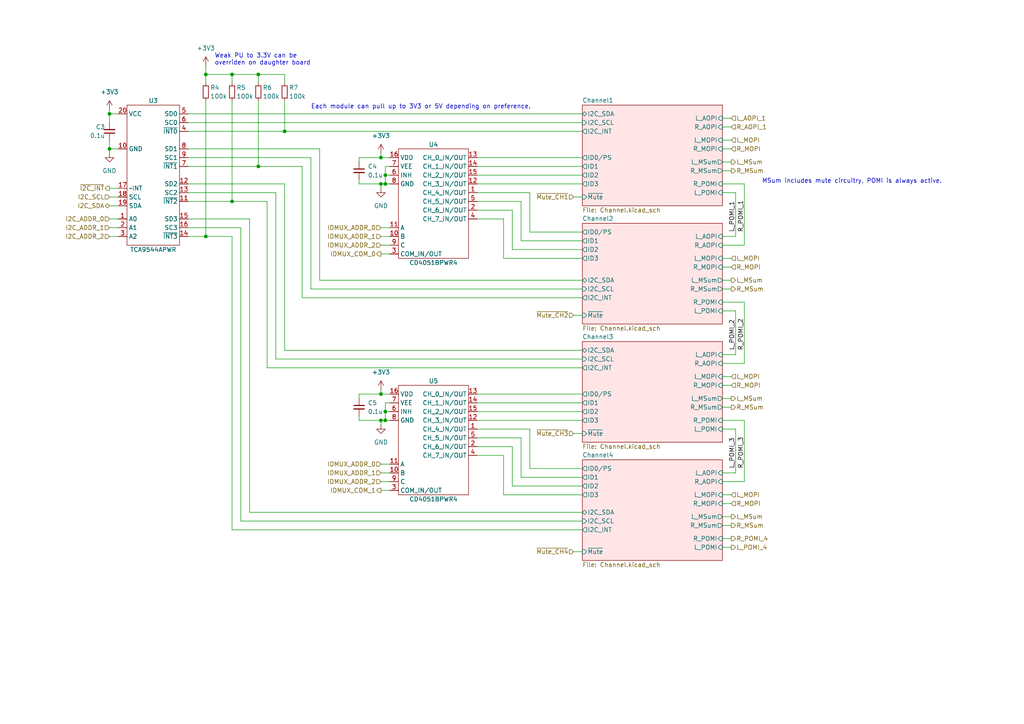
<source format=kicad_sch>
(kicad_sch (version 20230121) (generator eeschema)
  (paper "A4")
  (lib_symbols
    (symbol "CD4051BPWR4_1"
      (property "Reference" "U" (at 10.16 1.27 0))
      (property "Value" "CD4051BPWR4_1" (at 10.16 -33.02 0))
      (symbol "CD4051BPWR4_1_0_1"
        (rectangle (start 0 0) (end 20.32 -31.75))
      )
      (symbol "CD4051BPWR4_1_1_1"
        (pin passive line (at -2.54 -12.7 0) (length 2.54) (name "CH_4_IN/OUT") (number "1"))
        (pin passive line (at 22.86 -25.4 180) (length 2.54) (name "B") (number "10"))
        (pin passive line (at 22.86 -22.86 180) (length 2.54) (name "A") (number "11"))
        (pin passive line (at -2.54 -10.16 0) (length 2.54) (name "CH_3_IN/OUT") (number "12"))
        (pin passive line (at -2.54 -2.54 0) (length 2.54) (name "CH_0_IN/OUT") (number "13"))
        (pin passive line (at -2.54 -5.08 0) (length 2.54) (name "CH_1_IN/OUT") (number "14"))
        (pin passive line (at -2.54 -7.62 0) (length 2.54) (name "CH_2_IN/OUT") (number "15"))
        (pin power_in line (at 22.86 -2.54 180) (length 2.54) (name "VDD") (number "16"))
        (pin passive line (at -2.54 -17.78 0) (length 2.54) (name "CH_6_IN/OUT") (number "2"))
        (pin passive line (at 22.86 -30.48 180) (length 2.54) (name "COM_IN/OUT") (number "3"))
        (pin passive line (at -2.54 -20.32 0) (length 2.54) (name "CH_7_IN/OUT") (number "4"))
        (pin passive line (at -2.54 -15.24 0) (length 2.54) (name "CH_5_IN/OUT") (number "5"))
        (pin passive line (at 22.86 -7.62 180) (length 2.54) (name "INH") (number "6"))
        (pin power_in line (at 22.86 -5.08 180) (length 2.54) (name "VEE") (number "7"))
        (pin power_in line (at 22.86 -10.16 180) (length 2.54) (name "GND") (number "8"))
        (pin passive line (at 22.86 -27.94 180) (length 2.54) (name "C") (number "9"))
      )
    )
    (symbol "Device:C_Small" (pin_numbers hide) (pin_names (offset 0.254) hide)
      (property "Reference" "C" (at 0.254 1.778 0))
      (property "Value" "C_Small" (at 0.254 -2.032 0))
      (symbol "C_Small_0_1"
        (polyline (pts (xy -1.524 -0.508) (xy 1.524 -0.508)) (stroke (width 0.3302)))
        (polyline (pts (xy -1.524 0.508) (xy 1.524 0.508)) (stroke (width 0.3048)))
      )
      (symbol "C_Small_1_1"
        (pin passive line (at 0 2.54 270) (length 2.032) (name "~") (number "1"))
        (pin passive line (at 0 -2.54 90) (length 2.032) (name "~") (number "2"))
      )
    )
    (symbol "Device:R_Small" (pin_numbers hide) (pin_names (offset 0.254) hide)
      (property "Reference" "R" (at 0.762 0.508 0))
      (property "Value" "R_Small" (at 0.762 -1.016 0))
      (symbol "R_Small_0_1"
        (rectangle (start -0.762 1.778) (end 0.762 -1.778) (stroke (width 0.2032)))
      )
      (symbol "R_Small_1_1"
        (pin passive line (at 0 2.54 270) (length 0.762) (name "~") (number "1"))
        (pin passive line (at 0 -2.54 90) (length 0.762) (name "~") (number "2"))
      )
    )
    (symbol "power:+3V3" (power) (pin_names (offset 0))
      (property "Value" "+3V3" (at 0 3.556 0))
      (symbol "+3V3_0_1"
        (polyline (pts (xy -0.762 1.27) (xy 0 2.54)))
        (polyline (pts (xy 0 0) (xy 0 2.54)))
        (polyline (pts (xy 0 2.54) (xy 0.762 1.27)))
      )
      (symbol "+3V3_1_1"
        (pin power_in line (at 0 0 90) (length 0) hide (name "+3V3") (number "1"))
      )
    )
    (symbol "power:GND" (power) (pin_names (offset 0))
      (property "Value" "GND" (at 0 -3.81 0))
      (symbol "GND_0_1"
        (polyline (pts (xy 0 0) (xy 0 -1.27) (xy 1.27 -1.27) (xy 0 -2.54) (xy -1.27 -1.27) (xy 0 -1.27)))
      )
      (symbol "GND_1_1"
        (pin power_in line (at 0 0 270) (length 0) hide (name "GND") (number "1"))
      )
    )
    (symbol "silver-box-modular:TCA9544APWR"
      (property "Reference" "U?" (at -7.62 5.08 0))
      (property "Value" "TCA9544APWR" (at -7.62 2.54 0))
      (symbol "TCA9544APWR_0_0"
        (rectangle (start 0 0) (end 15.24 -40.64))
        (pin passive line (at 17.78 -33.02 180) (length 2.54) (name "A0") (number "1"))
        (pin power_in line (at 17.78 -12.7 180) (length 2.54) (name "GND") (number "10"))
        (pin passive line (at -2.54 -27.94 0) (length 2.54) (name "~{INT2}") (number "11"))
        (pin passive line (at -2.54 -22.86 0) (length 2.54) (name "SD2") (number "12"))
        (pin passive line (at -2.54 -25.4 0) (length 2.54) (name "SC2") (number "13"))
        (pin passive line (at -2.54 -38.1 0) (length 2.54) (name "~{INT3}") (number "14"))
        (pin passive line (at -2.54 -33.02 0) (length 2.54) (name "SD3") (number "15"))
        (pin passive line (at -2.54 -35.56 0) (length 2.54) (name "SC3") (number "16"))
        (pin passive line (at 17.78 -24.13 180) (length 2.54) (name "~INT") (number "17"))
        (pin passive line (at 17.78 -26.67 180) (length 2.54) (name "SCL") (number "18"))
        (pin passive line (at 17.78 -29.21 180) (length 2.54) (name "SDA") (number "19"))
        (pin passive line (at 17.78 -35.56 180) (length 2.54) (name "A1") (number "2"))
        (pin power_in line (at 17.78 -2.54 180) (length 2.54) (name "VCC") (number "20"))
        (pin passive line (at 17.78 -38.1 180) (length 2.54) (name "A2") (number "3"))
        (pin passive line (at -2.54 -7.62 0) (length 2.54) (name "~{INT0}") (number "4"))
        (pin passive line (at -2.54 -2.54 0) (length 2.54) (name "SD0") (number "5"))
        (pin passive line (at -2.54 -5.08 0) (length 2.54) (name "SC0") (number "6"))
        (pin passive line (at -2.54 -17.78 0) (length 2.54) (name "~{INT1}") (number "7"))
        (pin passive line (at -2.54 -12.7 0) (length 2.54) (name "SD1") (number "8"))
        (pin passive line (at -2.54 -15.24 0) (length 2.54) (name "SC1") (number "9"))
      )
    )
  )
  (junction (at 67.31 58.42))
  (junction (at 31.75 33.02))
  (junction (at 74.93 21.59))
  (junction (at 31.75 43.18))
  (junction (at 110.49 45.72))
  (junction (at 110.49 121.92))
  (junction (at 59.69 68.58))
  (junction (at 111.76 119.38))
  (junction (at 82.55 38.1))
  (junction (at 111.76 121.92))
  (junction (at 74.93 48.26))
  (junction (at 59.69 21.59))
  (junction (at 111.76 53.34))
  (junction (at 110.49 114.3))
  (junction (at 67.31 21.59))
  (junction (at 111.76 50.8))
  (junction (at 110.49 53.34))
  (wire (pts (xy 138.43 114.3) (xy 168.91 114.3)))
  (wire (pts (xy 67.31 58.42) (xy 77.47 58.42)))
  (wire (pts (xy 31.75 43.18) (xy 34.29 43.18)))
  (wire (pts (xy 59.69 19.05) (xy 59.69 21.59)))
  (wire (pts (xy 110.49 71.12) (xy 113.03 71.12)))
  (wire (pts (xy 74.93 29.21) (xy 74.93 48.26)))
  (wire (pts (xy 59.69 21.59) (xy 67.31 21.59)))
  (wire (pts (xy 151.13 69.85) (xy 168.91 69.85)))
  (wire (pts (xy 166.37 57.15) (xy 168.91 57.15)))
  (wire (pts (xy 153.67 55.88) (xy 153.67 67.31)))
  (wire (pts (xy 54.61 33.02) (xy 168.91 33.02)))
  (wire (pts (xy 215.9 53.34) (xy 215.9 71.12)))
  (wire (pts (xy 110.49 121.92) (xy 110.49 123.19)))
  (wire (pts (xy 111.76 119.38) (xy 111.76 121.92)))
  (wire (pts (xy 151.13 138.43) (xy 168.91 138.43)))
  (wire (pts (xy 209.55 49.53) (xy 212.09 49.53)))
  (wire (pts (xy 209.55 53.34) (xy 215.9 53.34)))
  (wire (pts (xy 209.55 87.63) (xy 215.9 87.63)))
  (wire (pts (xy 213.36 90.17) (xy 209.55 90.17)))
  (wire (pts (xy 72.39 148.59) (xy 168.91 148.59)))
  (wire (pts (xy 110.49 73.66) (xy 113.03 73.66)))
  (wire (pts (xy 138.43 124.46) (xy 153.67 124.46)))
  (wire (pts (xy 82.55 21.59) (xy 82.55 24.13)))
  (wire (pts (xy 209.55 146.05) (xy 212.09 146.05)))
  (wire (pts (xy 209.55 156.21) (xy 212.09 156.21)))
  (wire (pts (xy 111.76 116.84) (xy 111.76 119.38)))
  (wire (pts (xy 80.01 104.14) (xy 80.01 55.88)))
  (wire (pts (xy 104.14 53.34) (xy 110.49 53.34)))
  (wire (pts (xy 151.13 69.85) (xy 151.13 58.42)))
  (wire (pts (xy 212.09 111.76) (xy 209.55 111.76)))
  (wire (pts (xy 82.55 29.21) (xy 82.55 38.1)))
  (wire (pts (xy 168.91 104.14) (xy 80.01 104.14)))
  (wire (pts (xy 87.63 48.26) (xy 87.63 86.36)))
  (wire (pts (xy 31.75 43.18) (xy 31.75 44.45)))
  (wire (pts (xy 138.43 119.38) (xy 168.91 119.38)))
  (wire (pts (xy 209.55 34.29) (xy 212.09 34.29)))
  (wire (pts (xy 209.55 152.4) (xy 212.09 152.4)))
  (wire (pts (xy 138.43 63.5) (xy 146.05 63.5)))
  (wire (pts (xy 67.31 68.58) (xy 67.31 153.67)))
  (wire (pts (xy 111.76 53.34) (xy 113.03 53.34)))
  (wire (pts (xy 92.71 43.18) (xy 92.71 81.28)))
  (wire (pts (xy 77.47 106.68) (xy 168.91 106.68)))
  (wire (pts (xy 213.36 124.46) (xy 209.55 124.46)))
  (wire (pts (xy 31.75 59.69) (xy 34.29 59.69)))
  (wire (pts (xy 213.36 102.87) (xy 213.36 90.17)))
  (wire (pts (xy 146.05 74.93) (xy 146.05 63.5)))
  (wire (pts (xy 138.43 127) (xy 151.13 127)))
  (wire (pts (xy 212.09 74.93) (xy 209.55 74.93)))
  (wire (pts (xy 213.36 102.87) (xy 209.55 102.87)))
  (wire (pts (xy 213.36 137.16) (xy 213.36 124.46)))
  (wire (pts (xy 54.61 43.18) (xy 92.71 43.18)))
  (wire (pts (xy 82.55 101.6) (xy 168.91 101.6)))
  (wire (pts (xy 34.29 63.5) (xy 31.75 63.5)))
  (wire (pts (xy 209.55 118.11) (xy 212.09 118.11)))
  (wire (pts (xy 67.31 153.67) (xy 168.91 153.67)))
  (wire (pts (xy 110.49 68.58) (xy 113.03 68.58)))
  (wire (pts (xy 104.14 52.07) (xy 104.14 53.34)))
  (wire (pts (xy 110.49 53.34) (xy 111.76 53.34)))
  (wire (pts (xy 77.47 58.42) (xy 77.47 106.68)))
  (wire (pts (xy 104.14 121.92) (xy 110.49 121.92)))
  (wire (pts (xy 146.05 143.51) (xy 168.91 143.51)))
  (wire (pts (xy 146.05 74.93) (xy 168.91 74.93)))
  (wire (pts (xy 138.43 121.92) (xy 168.91 121.92)))
  (wire (pts (xy 31.75 68.58) (xy 34.29 68.58)))
  (wire (pts (xy 110.49 44.45) (xy 110.49 45.72)))
  (wire (pts (xy 111.76 121.92) (xy 113.03 121.92)))
  (wire (pts (xy 148.59 140.97) (xy 168.91 140.97)))
  (wire (pts (xy 110.49 66.04) (xy 113.03 66.04)))
  (wire (pts (xy 110.49 134.62) (xy 113.03 134.62)))
  (wire (pts (xy 110.49 45.72) (xy 104.14 45.72)))
  (wire (pts (xy 148.59 60.96) (xy 148.59 72.39)))
  (wire (pts (xy 34.29 33.02) (xy 31.75 33.02)))
  (wire (pts (xy 209.55 105.41) (xy 215.9 105.41)))
  (wire (pts (xy 74.93 21.59) (xy 82.55 21.59)))
  (wire (pts (xy 148.59 72.39) (xy 168.91 72.39)))
  (wire (pts (xy 138.43 60.96) (xy 148.59 60.96)))
  (wire (pts (xy 74.93 21.59) (xy 74.93 24.13)))
  (wire (pts (xy 138.43 45.72) (xy 168.91 45.72)))
  (wire (pts (xy 80.01 55.88) (xy 54.61 55.88)))
  (wire (pts (xy 212.09 81.28) (xy 209.55 81.28)))
  (wire (pts (xy 212.09 143.51) (xy 209.55 143.51)))
  (wire (pts (xy 74.93 48.26) (xy 87.63 48.26)))
  (wire (pts (xy 153.67 67.31) (xy 168.91 67.31)))
  (wire (pts (xy 168.91 83.82) (xy 90.17 83.82)))
  (wire (pts (xy 72.39 63.5) (xy 72.39 148.59)))
  (wire (pts (xy 110.49 114.3) (xy 104.14 114.3)))
  (wire (pts (xy 212.09 46.99) (xy 209.55 46.99)))
  (wire (pts (xy 82.55 38.1) (xy 168.91 38.1)))
  (wire (pts (xy 212.09 43.18) (xy 209.55 43.18)))
  (wire (pts (xy 110.49 113.03) (xy 110.49 114.3)))
  (wire (pts (xy 213.36 55.88) (xy 213.36 68.58)))
  (wire (pts (xy 138.43 132.08) (xy 146.05 132.08)))
  (wire (pts (xy 82.55 53.34) (xy 82.55 101.6)))
  (wire (pts (xy 209.55 109.22) (xy 212.09 109.22)))
  (wire (pts (xy 54.61 53.34) (xy 82.55 53.34)))
  (wire (pts (xy 31.75 33.02) (xy 31.75 35.56)))
  (wire (pts (xy 59.69 24.13) (xy 59.69 21.59)))
  (wire (pts (xy 67.31 21.59) (xy 74.93 21.59)))
  (wire (pts (xy 110.49 53.34) (xy 110.49 54.61)))
  (wire (pts (xy 209.55 40.64) (xy 212.09 40.64)))
  (wire (pts (xy 113.03 116.84) (xy 111.76 116.84)))
  (wire (pts (xy 31.75 57.15) (xy 34.29 57.15)))
  (wire (pts (xy 111.76 50.8) (xy 113.03 50.8)))
  (wire (pts (xy 110.49 45.72) (xy 113.03 45.72)))
  (wire (pts (xy 67.31 21.59) (xy 67.31 24.13)))
  (wire (pts (xy 212.09 115.57) (xy 209.55 115.57)))
  (wire (pts (xy 90.17 83.82) (xy 90.17 45.72)))
  (wire (pts (xy 54.61 58.42) (xy 67.31 58.42)))
  (wire (pts (xy 166.37 160.02) (xy 168.91 160.02)))
  (wire (pts (xy 209.55 121.92) (xy 215.9 121.92)))
  (wire (pts (xy 69.85 151.13) (xy 69.85 66.04)))
  (wire (pts (xy 166.37 125.73) (xy 168.91 125.73)))
  (wire (pts (xy 138.43 53.34) (xy 168.91 53.34)))
  (wire (pts (xy 31.75 66.04) (xy 34.29 66.04)))
  (wire (pts (xy 138.43 50.8) (xy 168.91 50.8)))
  (wire (pts (xy 113.03 48.26) (xy 111.76 48.26)))
  (wire (pts (xy 31.75 40.64) (xy 31.75 43.18)))
  (wire (pts (xy 69.85 66.04) (xy 54.61 66.04)))
  (wire (pts (xy 110.49 142.24) (xy 113.03 142.24)))
  (wire (pts (xy 54.61 48.26) (xy 74.93 48.26)))
  (wire (pts (xy 110.49 114.3) (xy 113.03 114.3)))
  (wire (pts (xy 54.61 35.56) (xy 168.91 35.56)))
  (wire (pts (xy 148.59 129.54) (xy 148.59 140.97)))
  (wire (pts (xy 213.36 137.16) (xy 209.55 137.16)))
  (wire (pts (xy 146.05 143.51) (xy 146.05 132.08)))
  (wire (pts (xy 212.09 149.86) (xy 209.55 149.86)))
  (wire (pts (xy 209.55 139.7) (xy 215.9 139.7)))
  (wire (pts (xy 209.55 71.12) (xy 215.9 71.12)))
  (wire (pts (xy 31.75 54.61) (xy 34.29 54.61)))
  (wire (pts (xy 54.61 68.58) (xy 59.69 68.58)))
  (wire (pts (xy 209.55 77.47) (xy 212.09 77.47)))
  (wire (pts (xy 111.76 48.26) (xy 111.76 50.8)))
  (wire (pts (xy 111.76 119.38) (xy 113.03 119.38)))
  (wire (pts (xy 54.61 63.5) (xy 72.39 63.5)))
  (wire (pts (xy 110.49 121.92) (xy 111.76 121.92)))
  (wire (pts (xy 54.61 38.1) (xy 82.55 38.1)))
  (wire (pts (xy 209.55 83.82) (xy 212.09 83.82)))
  (wire (pts (xy 138.43 48.26) (xy 168.91 48.26)))
  (wire (pts (xy 104.14 120.65) (xy 104.14 121.92)))
  (wire (pts (xy 153.67 135.89) (xy 168.91 135.89)))
  (wire (pts (xy 209.55 158.75) (xy 212.09 158.75)))
  (wire (pts (xy 138.43 129.54) (xy 148.59 129.54)))
  (wire (pts (xy 166.37 91.44) (xy 168.91 91.44)))
  (wire (pts (xy 168.91 151.13) (xy 69.85 151.13)))
  (wire (pts (xy 110.49 139.7) (xy 113.03 139.7)))
  (wire (pts (xy 213.36 68.58) (xy 209.55 68.58)))
  (wire (pts (xy 138.43 55.88) (xy 153.67 55.88)))
  (wire (pts (xy 151.13 138.43) (xy 151.13 127)))
  (wire (pts (xy 111.76 50.8) (xy 111.76 53.34)))
  (wire (pts (xy 110.49 137.16) (xy 113.03 137.16)))
  (wire (pts (xy 87.63 86.36) (xy 168.91 86.36)))
  (wire (pts (xy 59.69 29.21) (xy 59.69 68.58)))
  (wire (pts (xy 104.14 114.3) (xy 104.14 115.57)))
  (wire (pts (xy 138.43 58.42) (xy 151.13 58.42)))
  (wire (pts (xy 92.71 81.28) (xy 168.91 81.28)))
  (wire (pts (xy 153.67 124.46) (xy 153.67 135.89)))
  (wire (pts (xy 209.55 36.83) (xy 212.09 36.83)))
  (wire (pts (xy 215.9 87.63) (xy 215.9 105.41)))
  (wire (pts (xy 138.43 116.84) (xy 168.91 116.84)))
  (wire (pts (xy 31.75 31.75) (xy 31.75 33.02)))
  (wire (pts (xy 104.14 45.72) (xy 104.14 46.99)))
  (wire (pts (xy 67.31 29.21) (xy 67.31 58.42)))
  (wire (pts (xy 215.9 121.92) (xy 215.9 139.7)))
  (wire (pts (xy 59.69 68.58) (xy 67.31 68.58)))
  (wire (pts (xy 90.17 45.72) (xy 54.61 45.72)))
  (wire (pts (xy 209.55 55.88) (xy 213.36 55.88)))
  (text "MSum includes mute circuitry, POMI is always active." (at 220.98 53.34 0) (effects (font (size 1.27 1.27)) (justify left bottom)))
  (text "Weak PU to 3.3V can be \noverriden on daughter board" (at 62.23 19.05 0) (effects (font (size 1.27 1.27)) (justify left bottom)))
  (text "Each module can pull up to 3V3 or 5V depending on preference." (at 90.17 31.75 0) (effects (font (size 1.27 1.27)) (justify left bottom)))
  (label "L_POMI_1" (at 213.36 67.31 90))
  (label "L_POMI_3" (at 213.36 135.89 90))
  (label "R_POMI_2" (at 215.9 101.6 90))
  (label "R_POMI_1" (at 215.9 67.31 90))
  (label "R_POMI_3" (at 215.9 135.89 90))
  (label "L_POMI_2" (at 213.36 101.6 90))
  (hierarchical_label "IDMUX_COM_1" (shape output) (at 110.49 142.24 180))
  (hierarchical_label "L_MOPI" (shape input) (at 212.09 74.93 0))
  (hierarchical_label "L_MOPI" (shape input) (at 212.09 109.22 0))
  (hierarchical_label "L_POMI_4" (shape output) (at 212.09 158.75 0))
  (hierarchical_label "L_MSum" (shape output) (at 212.09 46.99 0))
  (hierarchical_label "~{Mute_CH2}" (shape input) (at 166.37 91.44 180))
  (hierarchical_label "I2C_ADDR_2" (shape input) (at 31.75 68.58 180))
  (hierarchical_label "R_POMI_4" (shape output) (at 212.09 156.21 0))
  (hierarchical_label "IDMUX_ADDR_0" (shape input) (at 110.49 134.62 180))
  (hierarchical_label "R_MSum" (shape output) (at 212.09 83.82 0))
  (hierarchical_label "R_MSum" (shape output) (at 212.09 152.4 0))
  (hierarchical_label "R_MOPI" (shape input) (at 212.09 111.76 0))
  (hierarchical_label "IDMUX_ADDR_2" (shape input) (at 110.49 71.12 180))
  (hierarchical_label "L_MSum" (shape output) (at 212.09 115.57 0))
  (hierarchical_label "R_AOPI_1" (shape input) (at 212.09 36.83 0))
  (hierarchical_label "IDMUX_ADDR_1" (shape input) (at 110.49 68.58 180))
  (hierarchical_label "~{I2C_INT}" (shape output) (at 31.75 54.61 180))
  (hierarchical_label "IDMUX_ADDR_1" (shape input) (at 110.49 137.16 180))
  (hierarchical_label "R_MSum" (shape output) (at 212.09 49.53 0))
  (hierarchical_label "IDMUX_COM_0" (shape output) (at 110.49 73.66 180))
  (hierarchical_label "R_MOPI" (shape input) (at 212.09 43.18 0))
  (hierarchical_label "IDMUX_ADDR_0" (shape input) (at 110.49 66.04 180))
  (hierarchical_label "~{Mute_CH4}" (shape input) (at 166.37 160.02 180))
  (hierarchical_label "I2C_SCL" (shape input) (at 31.75 57.15 180))
  (hierarchical_label "L_MSum" (shape output) (at 212.09 149.86 0))
  (hierarchical_label "I2C_ADDR_0" (shape input) (at 31.75 63.5 180))
  (hierarchical_label "R_MSum" (shape output) (at 212.09 118.11 0))
  (hierarchical_label "R_MOPI" (shape input) (at 212.09 146.05 0))
  (hierarchical_label "L_AOPI_1" (shape input) (at 212.09 34.29 0))
  (hierarchical_label "~{Mute_CH3}" (shape input) (at 166.37 125.73 180))
  (hierarchical_label "I2C_ADDR_1" (shape input) (at 31.75 66.04 180))
  (hierarchical_label "R_MOPI" (shape input) (at 212.09 77.47 0))
  (hierarchical_label "L_MOPI" (shape input) (at 212.09 40.64 0))
  (hierarchical_label "I2C_SDA" (shape bidirectional) (at 31.75 59.69 180))
  (hierarchical_label "L_MOPI" (shape input) (at 212.09 143.51 0))
  (hierarchical_label "L_MSum" (shape output) (at 212.09 81.28 0))
  (hierarchical_label "IDMUX_ADDR_2" (shape input) (at 110.49 139.7 180))
  (hierarchical_label "~{Mute_CH1}" (shape input) (at 166.37 57.15 180))
  (symbol (lib_id "power:+3V3") (at 31.75 31.75 0) (unit 1)
    (property "Reference" "#PWR012" (effects hide))
    (property "Value" "+3V3" (at 31.75 26.67 0))
    (instances (project "silver-box-modular" (path "" (reference "#PWR012") (unit 1)) (path "" (reference "#PWR075") (unit 1))))
  )
  (symbol (lib_id "power:GND") (at 31.75 44.45 0) (unit 1)
    (property "Reference" "#PWR013" (effects hide))
    (property "Value" "GND" (at 31.75 49.53 0))
    (instances (project "silver-box-modular" (path "" (reference "#PWR013") (unit 1)) (path "" (reference "#PWR076") (unit 1))))
  )
  (symbol (lib_id "power:GND") (at 110.49 123.19 0) (unit 1)
    (property "Reference" "#PWR018" (effects hide))
    (property "Value" "GND" (at 110.49 128.27 0))
    (instances (project "silver-box-modular" (path "" (reference "#PWR018") (unit 1)) (path "" (reference "#PWR081") (unit 1))))
  )
  (symbol (lib_id "power:+3V3") (at 59.69 19.05 0) (unit 1)
    (property "Reference" "#PWR014" (effects hide))
    (property "Value" "+3V3" (at 59.69 13.97 0))
    (instances (project "silver-box-modular" (path "" (reference "#PWR014") (unit 1)) (path "" (reference "#PWR077") (unit 1))))
  )
  (symbol (lib_name "CD4051BPWR4_1") (lib_id "silver-box-modular:CD4051BPWR4") (at 135.89 111.76 0) (mirror y) (unit 1)
    (property "Reference" "U5" (at 125.73 110.49 0))
    (property "Value" "CD4051BPWR4" (at 125.73 144.78 0))
    (property "Footprint" "silver-box-feetprints:CD4051BPWR" (effects hide))
    (property "Datasheet" "https://www.ti.com/lit/ds/symlink/cd4051b.pdf" (effects hide))
    (instances (project "silver-box-modular" (path "" (reference "U5") (unit 1)) (path "" (reference "U20") (unit 1))))
  )
  (symbol (lib_id "Device:C_Small") (at 104.14 49.53 0) (unit 1)
    (property "Reference" "C4" (at 106.68 48.2662 0) (effects (justify left)))
    (property "Value" "0.1u" (at 106.68 50.8062 0) (effects (justify left)))
    (property "Footprint" "Capacitor_SMD:C_0603_1608Metric_Pad1.08x0.95mm_HandSolder" (effects hide))
    (instances (project "silver-box-modular" (path "" (reference "C4") (unit 1)) (path "" (reference "C23") (unit 1))))
  )
  (symbol (lib_id "power:GND") (at 110.49 54.61 0) (unit 1)
    (property "Reference" "#PWR016" (effects hide))
    (property "Value" "GND" (at 110.49 59.69 0))
    (instances (project "silver-box-modular" (path "" (reference "#PWR016") (unit 1)) (path "" (reference "#PWR079") (unit 1))))
  )
  (symbol (lib_id "Device:C_Small") (at 104.14 118.11 0) (unit 1)
    (property "Reference" "C5" (at 106.68 116.8462 0) (effects (justify left)))
    (property "Value" "0.1u" (at 106.68 119.3862 0) (effects (justify left)))
    (property "Footprint" "Capacitor_SMD:C_0603_1608Metric_Pad1.08x0.95mm_HandSolder" (effects hide))
    (instances (project "silver-box-modular" (path "" (reference "C5") (unit 1)) (path "" (reference "C24") (unit 1))))
  )
  (symbol (lib_name "CD4051BPWR4_1") (lib_id "silver-box-modular:CD4051BPWR4") (at 135.89 43.18 0) (mirror y) (unit 1)
    (property "Reference" "U4" (at 125.73 41.91 0))
    (property "Value" "CD4051BPWR4" (at 125.73 76.2 0))
    (property "Footprint" "silver-box-feetprints:CD4051BPWR" (effects hide))
    (property "Datasheet" "https://www.ti.com/lit/ds/symlink/cd4051b.pdf" (effects hide))
    (instances (project "silver-box-modular" (path "" (reference "U4") (unit 1)) (path "" (reference "U19") (unit 1))))
  )
  (symbol (lib_id "silver-box-modular:TCA9544APWR") (at 52.07 30.48 0) (mirror y) (unit 1)
    (property "Reference" "U3" (at 44.45 29.21 0))
    (property "Value" "TCA9544APWR" (at 44.45 72.39 0))
    (property "Footprint" "silver-box-feetprints:TCA9544AAPWR" (effects hide))
    (property "Datasheet" "https://www.ti.com/lit/ds/symlink/tca9544a.pdf" (effects hide))
    (instances (project "silver-box-modular" (path "" (reference "U3") (unit 1)) (path "" (reference "U18") (unit 1))))
  )
  (symbol (lib_id "power:+3V3") (at 110.49 44.45 0) (unit 1)
    (property "Reference" "#PWR015" (effects hide))
    (property "Value" "+3V3" (at 110.49 39.37 0))
    (instances (project "silver-box-modular" (path "" (reference "#PWR015") (unit 1)) (path "" (reference "#PWR078") (unit 1))))
  )
  (symbol (lib_id "Device:R_Small") (at 59.69 26.67 0) (unit 1)
    (property "Reference" "R4" (at 60.96 25.4 0) (effects (justify left)))
    (property "Value" "100k" (at 60.96 27.94 0) (effects (justify left)))
    (property "Footprint" "Resistor_SMD:R_0603_1608Metric_Pad0.98x0.95mm_HandSolder" (effects hide))
    (instances (project "silver-box-modular" (path "" (reference "R4") (unit 1)) (path "" (reference "R48") (unit 1))))
  )
  (symbol (lib_id "Device:C_Small") (at 31.75 38.1 0) (mirror x) (unit 1)
    (property "Reference" "C3" (at 30.48 36.8235 0) (effects (justify right)))
    (property "Value" "0.1u" (at 30.48 39.3635 0) (effects (justify right)))
    (property "Footprint" "Capacitor_SMD:C_0603_1608Metric_Pad1.08x0.95mm_HandSolder" (effects hide))
    (instances (project "silver-box-modular" (path "" (reference "C3") (unit 1)) (path "" (reference "C22") (unit 1))))
  )
  (symbol (lib_id "Device:R_Small") (at 82.55 26.67 0) (unit 1)
    (property "Reference" "R7" (at 83.82 25.4 0) (effects (justify left)))
    (property "Value" "100k" (at 83.82 27.94 0) (effects (justify left)))
    (property "Footprint" "Resistor_SMD:R_0603_1608Metric_Pad0.98x0.95mm_HandSolder" (effects hide))
    (instances (project "silver-box-modular" (path "" (reference "R7") (unit 1)) (path "" (reference "R51") (unit 1))))
  )
  (symbol (lib_id "Device:R_Small") (at 67.31 26.67 0) (unit 1)
    (property "Reference" "R5" (at 68.58 25.4 0) (effects (justify left)))
    (property "Value" "100k" (at 68.58 27.94 0) (effects (justify left)))
    (property "Footprint" "Resistor_SMD:R_0603_1608Metric_Pad0.98x0.95mm_HandSolder" (effects hide))
    (instances (project "silver-box-modular" (path "" (reference "R5") (unit 1)) (path "" (reference "R49") (unit 1))))
  )
  (symbol (lib_id "Device:R_Small") (at 74.93 26.67 0) (unit 1)
    (property "Reference" "R6" (at 76.2 25.4 0) (effects (justify left)))
    (property "Value" "100k" (at 76.2 27.94 0) (effects (justify left)))
    (property "Footprint" "Resistor_SMD:R_0603_1608Metric_Pad0.98x0.95mm_HandSolder" (effects hide))
    (instances (project "silver-box-modular" (path "" (reference "R6") (unit 1)) (path "" (reference "R50") (unit 1))))
  )
  (symbol (lib_id "power:+3V3") (at 110.49 113.03 0) (unit 1)
    (property "Reference" "#PWR017" (effects hide))
    (property "Value" "+3V3" (at 110.49 107.95 0))
    (instances (project "silver-box-modular" (path "" (reference "#PWR017") (unit 1)) (path "" (reference "#PWR080") (unit 1))))
  )
  (sheet (at 168.91 133.35) (size 40.64 29.21) (fill (color 255 0 0 0.1020))
    (property "Sheetname" "Channel4" (at 168.91 132.7145 0) (effects (justify left bottom)))
    (property "Sheetfile" "Channel.kicad_sch" (at 168.91 163.0685 0) (effects (justify left top)))
    (pin "~{Mute}" input (at 168.91 160.02 180))
    (pin "R_MOPI" input (at 209.55 146.05 0))
    (pin "L_MOPI" input (at 209.55 143.51 0))
    (pin "L_MSum" output (at 209.55 149.86 0))
    (pin "R_MSum" output (at 209.55 152.4 0))
    (pin "L_AOPI" input (at 209.55 137.16 0))
    (pin "R_AOPI" input (at 209.55 139.7 0))
    (pin "R_POMI" input (at 209.55 156.21 0))
    (pin "L_POMI" input (at 209.55 158.75 0))
    (pin "ID2" output (at 168.91 140.97 180))
    (pin "ID1" output (at 168.91 138.43 180))
    (pin "ID3" output (at 168.91 143.51 180))
    (pin "ID0{slash}PS" output (at 168.91 135.89 180))
    (pin "I2C_SDA" bidirectional (at 168.91 148.59 180))
    (pin "I2C_INT" output (at 168.91 153.67 180))
    (pin "I2C_SCL" input (at 168.91 151.13 180))
  )
  (sheet (at 168.91 64.77) (size 40.64 29.21) (fill (color 255 0 0 0.1020))
    (property "Sheetname" "Channel2" (at 168.91 64.1345 0) (effects (justify left bottom)))
    (property "Sheetfile" "Channel.kicad_sch" (at 168.91 94.4885 0) (effects (justify left top)))
    (pin "~{Mute}" input (at 168.91 91.44 180))
    (pin "R_MOPI" input (at 209.55 77.47 0))
    (pin "L_MOPI" input (at 209.55 74.93 0))
    (pin "L_MSum" output (at 209.55 81.28 0))
    (pin "R_MSum" output (at 209.55 83.82 0))
    (pin "L_AOPI" input (at 209.55 68.58 0))
    (pin "R_AOPI" input (at 209.55 71.12 0))
    (pin "R_POMI" input (at 209.55 87.63 0))
    (pin "L_POMI" input (at 209.55 90.17 0))
    (pin "ID2" output (at 168.91 72.39 180))
    (pin "ID1" output (at 168.91 69.85 180))
    (pin "ID3" output (at 168.91 74.93 180))
    (pin "ID0{slash}PS" output (at 168.91 67.31 180))
    (pin "I2C_SDA" bidirectional (at 168.91 81.28 180))
    (pin "I2C_INT" output (at 168.91 86.36 180))
    (pin "I2C_SCL" input (at 168.91 83.82 180))
  )
  (sheet (at 168.91 30.48) (size 40.64 29.21) (fill (color 255 0 0 0.1020))
    (property "Sheetname" "Channel1" (at 168.91 29.8445 0) (effects (justify left bottom)))
    (property "Sheetfile" "Channel.kicad_sch" (at 168.91 60.1985 0) (effects (justify left top)))
    (pin "~{Mute}" input (at 168.91 57.15 180))
    (pin "R_MOPI" input (at 209.55 43.18 0))
    (pin "L_MOPI" input (at 209.55 40.64 0))
    (pin "L_MSum" output (at 209.55 46.99 0))
    (pin "R_MSum" output (at 209.55 49.53 0))
    (pin "L_AOPI" input (at 209.55 34.29 0))
    (pin "R_AOPI" input (at 209.55 36.83 0))
    (pin "R_POMI" input (at 209.55 53.34 0))
    (pin "L_POMI" input (at 209.55 55.88 0))
    (pin "ID2" output (at 168.91 50.8 180))
    (pin "ID1" output (at 168.91 48.26 180))
    (pin "ID3" output (at 168.91 53.34 180))
    (pin "ID0{slash}PS" output (at 168.91 45.72 180))
    (pin "I2C_SDA" bidirectional (at 168.91 33.02 180))
    (pin "I2C_INT" output (at 168.91 38.1 180))
    (pin "I2C_SCL" input (at 168.91 35.56 180))
  )
  (sheet (at 168.91 99.06) (size 40.64 29.21) (fill (color 255 0 0 0.1020))
    (property "Sheetname" "Channel3" (at 168.91 98.4245 0) (effects (justify left bottom)))
    (property "Sheetfile" "Channel.kicad_sch" (at 168.91 128.7785 0) (effects (justify left top)))
    (pin "~{Mute}" input (at 168.91 125.73 180))
    (pin "R_MOPI" input (at 209.55 111.76 0))
    (pin "L_MOPI" input (at 209.55 109.22 0))
    (pin "L_MSum" output (at 209.55 115.57 0))
    (pin "R_MSum" output (at 209.55 118.11 0))
    (pin "L_AOPI" input (at 209.55 102.87 0))
    (pin "R_AOPI" input (at 209.55 105.41 0))
    (pin "R_POMI" input (at 209.55 121.92 0))
    (pin "L_POMI" input (at 209.55 124.46 0))
    (pin "ID2" output (at 168.91 119.38 180))
    (pin "ID1" output (at 168.91 116.84 180))
    (pin "ID3" output (at 168.91 121.92 180))
    (pin "ID0{slash}PS" output (at 168.91 114.3 180))
    (pin "I2C_SDA" bidirectional (at 168.91 101.6 180))
    (pin "I2C_INT" output (at 168.91 106.68 180))
    (pin "I2C_SCL" input (at 168.91 104.14 180))
  )
)
</source>
